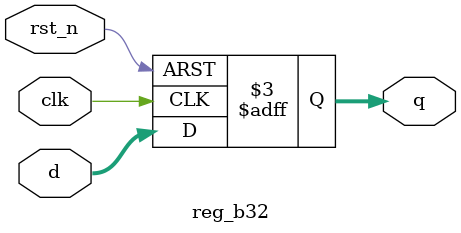
<source format=v>
module reg_b32 (
    clk, rst_n, d, q
);
input         clk;
input         rst_n;
input  [31:0] d;
output reg  [31:0] q;

always @ (negedge rst_n or posedge clk)
begin
    if (!rst_n)
        q <= 32'b0;
    else
        q <= d;
end

endmodule
</source>
